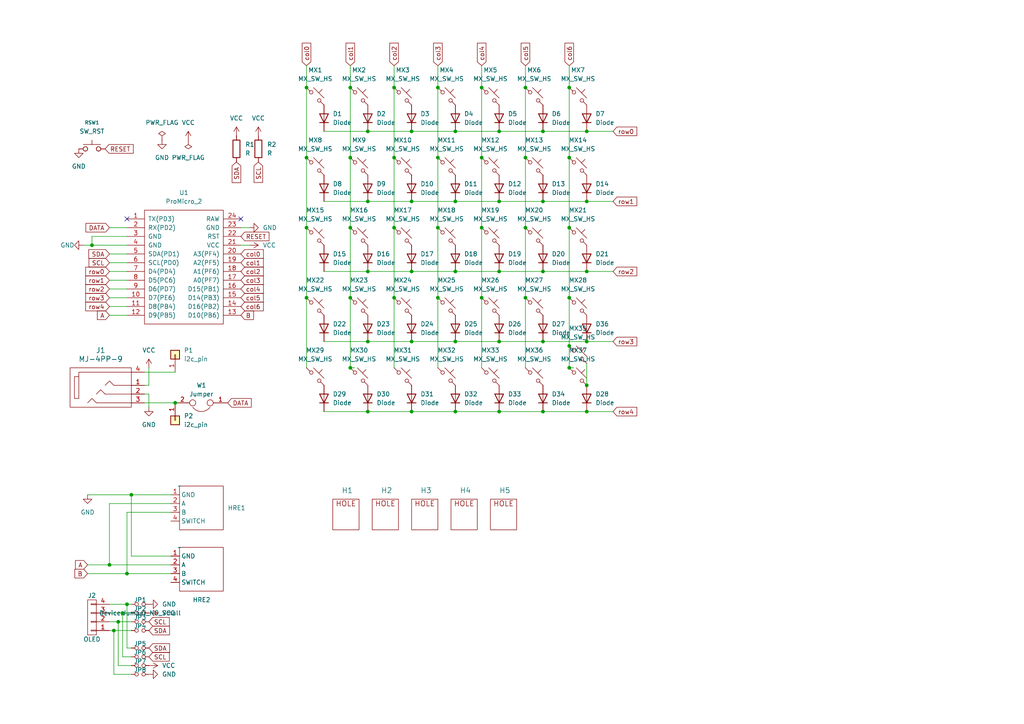
<source format=kicad_sch>
(kicad_sch (version 20230121) (generator eeschema)
  (paper "A4")
  (lib_symbols
    (symbol "Device:horizontalRollEncoder"
      (property "Reference" "HRE" (at 6.35 1.27 0))
      (symbol "horizontalRollEncoder_1_1"
        (pin input line (at -2.54 -2.54 0) (length 2.54) (name "GND") (number "1"))
        (pin input line (at -2.54 -5.08 0) (length 2.54) (name "A") (number "2"))
        (pin input line (at -2.54 -7.62 0) (length 2.54) (name "B") (number "3"))
        (pin input line (at -2.54 -10.16 0) (length 2.54) (name "SWITCH") (number "4"))
      )
    )
    (symbol "Diode:1N4148W" (pin_numbers hide) (pin_names hide)
      (property "Reference" "D" (at 0 2.54 0))
      (property "Value" "1N4148W" (at 0 -2.54 0))
      (symbol "1N4148W_1_1"
        (pin passive line (at -3.81 0 0) (length 2.54) (name "K") (number "1"))
        (pin passive line (at 3.81 0 180) (length 2.54) (name "A") (number "2"))
      )
    )
    (symbol "Lily58:Device{colon}Jumper" (pin_names (offset 0.762) hide)
      (property "Reference" "JP" (at 0 3.81 0))
      (property "Value" "Device:Jumper" (at 0 -2.032 0))
      (symbol "Device{colon}Jumper_0_1"
        (pin passive line (at -7.62 0 0) (length 4.191) (name "1") (number "1"))
        (pin passive line (at 7.62 0 180) (length 4.191) (name "2") (number "2"))
      )
    )
    (symbol "Lily58:Device{colon}Jumper_NO_Small" (pin_numbers hide) (pin_names (offset 0.762) hide)
      (property "Reference" "JP" (at 0 2.032 0))
      (property "Value" "Device:Jumper_NO_Small" (at 0.254 -1.524 0))
      (symbol "Device{colon}Jumper_NO_Small_0_1"
        (pin passive line (at -2.54 0 0) (length 1.016) (name "1") (number "1"))
        (pin passive line (at 2.54 0 180) (length 1.016) (name "2") (number "2"))
      )
    )
    (symbol "Lily58:Lily58-cache{colon}CONN_01X04" (pin_names (offset 1.016) hide)
      (property "Reference" "P" (at 0 6.35 0))
      (property "Value" "Lily58-cache:CONN_01X04" (at 2.54 0 90))
      (symbol "Lily58-cache{colon}CONN_01X04_1_1"
        (pin passive line (at -5.08 3.81 0) (length 3.81) (name "P1") (number "1"))
        (pin passive line (at -5.08 1.27 0) (length 3.81) (name "P2") (number "2"))
        (pin passive line (at -5.08 -1.27 0) (length 3.81) (name "P3") (number "3"))
        (pin passive line (at -5.08 -3.81 0) (length 3.81) (name "P4") (number "4"))
      )
    )
    (symbol "Lily58:Lily58-cache{colon}HOLE" (pin_names (offset 1.016))
      (property "Reference" "U" (at 0 0 0))
      (property "Value" "Lily58-cache:HOLE" (at 0 -5.08 0))
      (symbol "Lily58-cache{colon}HOLE_0_0"
        (text "HOLE" (at 0 3.81 0) (effects (font (size 1.524 1.524))))
      )
    )
    (symbol "Lily58:Lily58-cache{colon}MJ-4PP-9" (pin_names (offset 1.016))
      (property "Reference" "J" (at -8.89 -7.62 0))
      (property "Value" "Lily58-cache:MJ-4PP-9" (at -3.81 6.35 0))
      (symbol "Lily58-cache{colon}MJ-4PP-9_1_1"
        (pin passive line (at 11.43 0 180) (length 3.81) (name "~") (number "1"))
        (pin passive line (at 11.43 -2.54 180) (length 3.81) (name "~") (number "2"))
        (pin passive line (at 11.43 -5.08 180) (length 3.81) (name "~") (number "3"))
        (pin passive line (at 11.43 3.81 180) (length 3.81) (name "~") (number "4"))
      )
    )
    (symbol "Lily58:Lily58-cache{colon}ProMicro_2" (pin_names (offset 1.016))
      (property "Reference" "U" (at 0 17.78 0))
      (property "Value" "Lily58-cache:ProMicro_2" (at 0 -17.78 0))
      (symbol "Lily58-cache{colon}ProMicro_2_1_1"
        (pin input line (at -16.51 13.97 0) (length 5.08) (name "TX(PD3)") (number "1"))
        (pin input line (at -16.51 -8.89 0) (length 5.08) (name "D7(PE6)") (number "10"))
        (pin input line (at -16.51 -11.43 0) (length 5.08) (name "D8(PB4)") (number "11"))
        (pin input line (at -16.51 -13.97 0) (length 5.08) (name "D9(PB5)") (number "12"))
        (pin input line (at 16.51 -13.97 180) (length 5.08) (name "D10(PB6)") (number "13"))
        (pin input line (at 16.51 -11.43 180) (length 5.08) (name "D16(PB2)") (number "14"))
        (pin input line (at 16.51 -8.89 180) (length 5.08) (name "D14(PB3)") (number "15"))
        (pin input line (at 16.51 -6.35 180) (length 5.08) (name "D15(PB1)") (number "16"))
        (pin input line (at 16.51 -3.81 180) (length 5.08) (name "A0(PF7)") (number "17"))
        (pin input line (at 16.51 -1.27 180) (length 5.08) (name "A1(PF6)") (number "18"))
        (pin input line (at 16.51 1.27 180) (length 5.08) (name "A2(PF5)") (number "19"))
        (pin input line (at -16.51 11.43 0) (length 5.08) (name "RX(PD2)") (number "2"))
        (pin input line (at 16.51 3.81 180) (length 5.08) (name "A3(PF4)") (number "20"))
        (pin input line (at 16.51 6.35 180) (length 5.08) (name "VCC") (number "21"))
        (pin input line (at 16.51 8.89 180) (length 5.08) (name "RST") (number "22"))
        (pin input line (at 16.51 11.43 180) (length 5.08) (name "GND") (number "23"))
        (pin input line (at 16.51 13.97 180) (length 5.08) (name "RAW") (number "24"))
        (pin input line (at -16.51 8.89 0) (length 5.08) (name "GND") (number "3"))
        (pin input line (at -16.51 6.35 0) (length 5.08) (name "GND") (number "4"))
        (pin input line (at -16.51 3.81 0) (length 5.08) (name "SDA(PD1)") (number "5"))
        (pin input line (at -16.51 1.27 0) (length 5.08) (name "SCL(PD0)") (number "6"))
        (pin input line (at -16.51 -1.27 0) (length 5.08) (name "D4(PD4)") (number "7"))
        (pin input line (at -16.51 -3.81 0) (length 5.08) (name "D5(PC6)") (number "8"))
        (pin input line (at -16.51 -6.35 0) (length 5.08) (name "D6(PD7)") (number "9"))
      )
    )
    (symbol "Lily58:Lily58-cache{colon}R" (pin_numbers hide) (pin_names (offset 0))
      (property "Reference" "R" (at 0 0 90))
      (property "Value" "Lily58-cache:R" (at -2.54 0 90))
      (symbol "Lily58-cache{colon}R_1_1"
        (pin passive line (at 0 3.81 270) (length 1.27) (name "~") (number "1"))
        (pin passive line (at 0 -3.81 90) (length 1.27) (name "~") (number "2"))
      )
    )
    (symbol "Lily58:Lily58-cache{colon}SW_RST" (pin_numbers hide) (pin_names (offset 1.016) hide)
      (property "Reference" "RSW" (at 2.54 2.54 0))
      (property "Value" "Lily58-cache:SW_RST" (at 0 -2.54 0))
      (symbol "Lily58-cache{colon}SW_RST_0_1"
        (pin passive inverted (at -3.81 0 0) (length 2.54) (name "1") (number "1"))
        (pin passive inverted (at 3.81 0 180) (length 2.54) (name "2") (number "2"))
      )
    )
    (symbol "Lily58:Lily58-cache{colon}i2c_pin" (pin_names (offset 1.016) hide)
      (property "Reference" "J" (at 0 2.54 0))
      (property "Value" "Lily58-cache:i2c_pin" (at 0 -2.54 0))
      (symbol "Lily58-cache{colon}i2c_pin_1_1"
        (pin passive line (at -5.08 0 0) (length 3.81) (name "Pin_1") (number "1"))
      )
    )
    (symbol "PCM_marbastlib-mx:MX_SW_HS" (pin_numbers hide) (pin_names (offset 1.016) hide)
      (property "Reference" "MX" (at 3.048 1.016 0))
      (property "Value" "MX_SW_HS" (at 0 -3.81 0))
      (symbol "MX_SW_HS_0_1"
        (pin passive line (at -2.54 2.54 0) (length 0) (name "1") (number "1"))
        (pin passive line (at 2.54 -2.54 180) (length 0) (name "2") (number "2"))
      )
    )
    (symbol "power:GND" (power) (pin_names (offset 0))
      (property "Value" "GND" (at 0 -3.81 0))
      (symbol "GND_1_1"
        (pin power_in line (at 0 0 270) (length 0) hide (name "GND") (number "1"))
      )
    )
    (symbol "power:PWR_FLAG" (power) (pin_numbers hide) (pin_names (offset 0) hide)
      (property "Value" "PWR_FLAG" (at 0 3.81 0))
      (symbol "PWR_FLAG_0_0"
        (pin power_out line (at 0 0 90) (length 0) (name "pwr") (number "1"))
      )
    )
    (symbol "power:VCC" (power) (pin_names (offset 0))
      (property "Value" "VCC" (at 0 3.81 0))
      (symbol "VCC_1_1"
        (pin power_in line (at 0 0 90) (length 0) hide (name "VCC") (number "1"))
      )
    )
  )
  (junction (at 88.9 66.04))
  (junction (at 139.7 45.72))
  (junction (at 35.56 177.8))
  (junction (at 106.68 58.42))
  (junction (at 152.4 66.04))
  (junction (at 36.83 175.26))
  (junction (at 165.1 66.04))
  (junction (at 132.08 119.38))
  (junction (at 144.78 38.1))
  (junction (at 152.4 45.72))
  (junction (at 127 86.36))
  (junction (at 170.18 119.38))
  (junction (at 119.38 38.1))
  (junction (at 106.68 99.06))
  (junction (at 170.18 38.1))
  (junction (at 119.38 119.38))
  (junction (at 114.3 66.04))
  (junction (at 88.9 86.36))
  (junction (at 114.3 25.4))
  (junction (at 127 45.72))
  (junction (at 38.1 143.51))
  (junction (at 165.1 106.68))
  (junction (at 127 25.4))
  (junction (at 119.38 78.74))
  (junction (at 88.9 25.4))
  (junction (at 170.18 99.06))
  (junction (at 152.4 86.36))
  (junction (at 157.48 58.42))
  (junction (at 170.18 78.74))
  (junction (at 139.7 25.4))
  (junction (at 36.83 166.37))
  (junction (at 132.08 99.06))
  (junction (at 33.02 182.88))
  (junction (at 31.75 163.83))
  (junction (at 88.9 45.72))
  (junction (at 157.48 78.74))
  (junction (at 132.08 78.74))
  (junction (at 144.78 119.38))
  (junction (at 144.78 99.06))
  (junction (at 119.38 58.42))
  (junction (at 106.68 119.38))
  (junction (at 165.1 45.72))
  (junction (at 132.08 38.1))
  (junction (at 144.78 78.74))
  (junction (at 114.3 45.72))
  (junction (at 165.1 86.36))
  (junction (at 114.3 86.36))
  (junction (at 157.48 38.1))
  (junction (at 165.1 25.4))
  (junction (at 106.68 78.74))
  (junction (at 101.6 86.36))
  (junction (at 127 66.04))
  (junction (at 144.78 58.42))
  (junction (at 26.67 71.12))
  (junction (at 101.6 106.68))
  (junction (at 139.7 66.04))
  (junction (at 106.68 38.1))
  (junction (at 101.6 66.04))
  (junction (at 165.1 100.33))
  (junction (at 152.4 25.4))
  (junction (at 170.18 58.42))
  (junction (at 50.8 116.84))
  (junction (at 170.18 111.76))
  (junction (at 101.6 45.72))
  (junction (at 157.48 119.38))
  (junction (at 34.29 180.34))
  (junction (at 132.08 58.42))
  (junction (at 139.7 86.36))
  (junction (at 157.48 99.06))
  (junction (at 119.38 99.06))
  (junction (at 101.6 25.4))
  (no_connect (at 36.83 63.5))
  (no_connect (at 69.85 63.5))
  (wire (pts (xy 36.83 73.66) (xy 31.75 73.66)))
  (wire (pts (xy 165.1 19.05) (xy 165.1 25.4)))
  (wire (pts (xy 127 19.05) (xy 127 25.4)))
  (wire (pts (xy 88.9 19.05) (xy 88.9 25.4)))
  (wire (pts (xy 152.4 25.4) (xy 152.4 45.72)))
  (wire (pts (xy 106.68 99.06) (xy 119.38 99.06)))
  (wire (pts (xy 25.4 166.37) (xy 36.83 166.37)))
  (wire (pts (xy 35.56 190.5) (xy 38.1 190.5)))
  (wire (pts (xy 33.02 195.58) (xy 38.1 195.58)))
  (wire (pts (xy 36.83 187.96) (xy 38.1 187.96)))
  (wire (pts (xy 170.18 99.06) (xy 177.8 99.06)))
  (wire (pts (xy 157.48 99.06) (xy 170.18 99.06)))
  (wire (pts (xy 165.1 25.4) (xy 165.1 45.72)))
  (wire (pts (xy 25.4 143.51) (xy 38.1 143.51)))
  (wire (pts (xy 36.83 86.36) (xy 31.75 86.36)))
  (wire (pts (xy 36.83 78.74) (xy 31.75 78.74)))
  (wire (pts (xy 157.48 58.42) (xy 170.18 58.42)))
  (wire (pts (xy 43.18 111.76) (xy 41.91 111.76)))
  (wire (pts (xy 88.9 66.04) (xy 88.9 86.36)))
  (wire (pts (xy 101.6 25.4) (xy 101.6 45.72)))
  (wire (pts (xy 114.3 86.36) (xy 114.3 106.68)))
  (wire (pts (xy 152.4 19.05) (xy 152.4 25.4)))
  (wire (pts (xy 177.8 58.42) (xy 170.18 58.42)))
  (wire (pts (xy 132.08 38.1) (xy 144.78 38.1)))
  (wire (pts (xy 132.08 99.06) (xy 144.78 99.06)))
  (wire (pts (xy 144.78 38.1) (xy 157.48 38.1)))
  (wire (pts (xy 88.9 45.72) (xy 88.9 66.04)))
  (wire (pts (xy 132.08 78.74) (xy 144.78 78.74)))
  (wire (pts (xy 93.98 58.42) (xy 106.68 58.42)))
  (wire (pts (xy 157.48 78.74) (xy 170.18 78.74)))
  (wire (pts (xy 101.6 66.04) (xy 101.6 86.36)))
  (wire (pts (xy 101.6 86.36) (xy 101.6 106.68)))
  (wire (pts (xy 139.7 19.05) (xy 139.7 25.4)))
  (wire (pts (xy 43.18 118.11) (xy 43.18 114.3)))
  (wire (pts (xy 139.7 86.36) (xy 139.7 106.68)))
  (wire (pts (xy 165.1 100.33) (xy 165.1 106.68)))
  (wire (pts (xy 31.75 163.83) (xy 49.53 163.83)))
  (wire (pts (xy 24.13 71.12) (xy 26.67 71.12)))
  (wire (pts (xy 157.48 38.1) (xy 170.18 38.1)))
  (wire (pts (xy 34.29 193.04) (xy 38.1 193.04)))
  (wire (pts (xy 38.1 143.51) (xy 49.53 143.51)))
  (wire (pts (xy 132.08 58.42) (xy 144.78 58.42)))
  (wire (pts (xy 144.78 99.06) (xy 157.48 99.06)))
  (wire (pts (xy 93.98 119.38) (xy 106.68 119.38)))
  (wire (pts (xy 177.8 78.74) (xy 170.18 78.74)))
  (wire (pts (xy 93.98 99.06) (xy 106.68 99.06)))
  (wire (pts (xy 119.38 99.06) (xy 132.08 99.06)))
  (wire (pts (xy 25.4 163.83) (xy 31.75 163.83)))
  (wire (pts (xy 41.91 116.84) (xy 50.8 116.84)))
  (wire (pts (xy 144.78 58.42) (xy 157.48 58.42)))
  (wire (pts (xy 101.6 19.05) (xy 101.6 25.4)))
  (wire (pts (xy 127 66.04) (xy 127 86.36)))
  (wire (pts (xy 31.75 182.88) (xy 33.02 182.88)))
  (wire (pts (xy 35.56 177.8) (xy 35.56 190.5)))
  (wire (pts (xy 26.67 68.58) (xy 26.67 71.12)))
  (wire (pts (xy 49.53 146.05) (xy 31.75 146.05)))
  (wire (pts (xy 132.08 119.38) (xy 144.78 119.38)))
  (wire (pts (xy 144.78 78.74) (xy 157.48 78.74)))
  (wire (pts (xy 119.38 58.42) (xy 132.08 58.42)))
  (wire (pts (xy 36.83 83.82) (xy 31.75 83.82)))
  (wire (pts (xy 152.4 86.36) (xy 152.4 106.68)))
  (wire (pts (xy 69.85 66.04) (xy 72.39 66.04)))
  (wire (pts (xy 34.29 180.34) (xy 38.1 180.34)))
  (wire (pts (xy 119.38 78.74) (xy 132.08 78.74)))
  (wire (pts (xy 93.98 78.74) (xy 106.68 78.74)))
  (wire (pts (xy 106.68 58.42) (xy 119.38 58.42)))
  (wire (pts (xy 106.68 78.74) (xy 119.38 78.74)))
  (wire (pts (xy 127 25.4) (xy 127 45.72)))
  (wire (pts (xy 119.38 38.1) (xy 132.08 38.1)))
  (wire (pts (xy 165.1 86.36) (xy 165.1 100.33)))
  (wire (pts (xy 36.83 81.28) (xy 31.75 81.28)))
  (wire (pts (xy 88.9 86.36) (xy 88.9 106.68)))
  (wire (pts (xy 165.1 45.72) (xy 165.1 66.04)))
  (wire (pts (xy 127 45.72) (xy 127 66.04)))
  (wire (pts (xy 114.3 66.04) (xy 114.3 86.36)))
  (wire (pts (xy 170.18 105.41) (xy 170.18 111.76)))
  (wire (pts (xy 49.53 161.29) (xy 38.1 161.29)))
  (wire (pts (xy 43.18 114.3) (xy 41.91 114.3)))
  (wire (pts (xy 36.83 175.26) (xy 38.1 175.26)))
  (wire (pts (xy 177.8 38.1) (xy 170.18 38.1)))
  (wire (pts (xy 26.67 71.12) (xy 36.83 71.12)))
  (wire (pts (xy 93.98 38.1) (xy 106.68 38.1)))
  (wire (pts (xy 127 86.36) (xy 127 106.68)))
  (wire (pts (xy 69.85 71.12) (xy 72.39 71.12)))
  (wire (pts (xy 101.6 45.72) (xy 101.6 66.04)))
  (wire (pts (xy 114.3 25.4) (xy 114.3 45.72)))
  (wire (pts (xy 139.7 66.04) (xy 139.7 86.36)))
  (wire (pts (xy 43.18 106.68) (xy 43.18 111.76)))
  (wire (pts (xy 31.75 180.34) (xy 34.29 180.34)))
  (wire (pts (xy 41.91 107.95) (xy 50.8 107.95)))
  (wire (pts (xy 36.83 66.04) (xy 31.75 66.04)))
  (wire (pts (xy 139.7 45.72) (xy 139.7 66.04)))
  (wire (pts (xy 36.83 166.37) (xy 49.53 166.37)))
  (wire (pts (xy 49.53 148.59) (xy 36.83 148.59)))
  (wire (pts (xy 31.75 175.26) (xy 36.83 175.26)))
  (wire (pts (xy 165.1 106.68) (xy 166.37 106.68)))
  (wire (pts (xy 114.3 19.05) (xy 114.3 25.4)))
  (wire (pts (xy 33.02 182.88) (xy 38.1 182.88)))
  (wire (pts (xy 38.1 161.29) (xy 38.1 143.51)))
  (wire (pts (xy 35.56 177.8) (xy 38.1 177.8)))
  (wire (pts (xy 157.48 119.38) (xy 170.18 119.38)))
  (wire (pts (xy 106.68 119.38) (xy 119.38 119.38)))
  (wire (pts (xy 144.78 119.38) (xy 157.48 119.38)))
  (wire (pts (xy 106.68 38.1) (xy 119.38 38.1)))
  (wire (pts (xy 88.9 25.4) (xy 88.9 45.72)))
  (wire (pts (xy 36.83 88.9) (xy 31.75 88.9)))
  (wire (pts (xy 36.83 76.2) (xy 31.75 76.2)))
  (wire (pts (xy 31.75 177.8) (xy 35.56 177.8)))
  (wire (pts (xy 119.38 119.38) (xy 132.08 119.38)))
  (wire (pts (xy 177.8 119.38) (xy 170.18 119.38)))
  (wire (pts (xy 33.02 182.88) (xy 33.02 195.58)))
  (wire (pts (xy 36.83 91.44) (xy 31.75 91.44)))
  (wire (pts (xy 36.83 175.26) (xy 36.83 187.96)))
  (wire (pts (xy 31.75 146.05) (xy 31.75 163.83)))
  (wire (pts (xy 36.83 148.59) (xy 36.83 166.37)))
  (wire (pts (xy 139.7 25.4) (xy 139.7 45.72)))
  (wire (pts (xy 165.1 66.04) (xy 165.1 86.36)))
  (wire (pts (xy 101.6 106.68) (xy 102.87 106.68)))
  (wire (pts (xy 152.4 45.72) (xy 152.4 66.04)))
  (wire (pts (xy 36.83 68.58) (xy 26.67 68.58)))
  (wire (pts (xy 114.3 45.72) (xy 114.3 66.04)))
  (wire (pts (xy 152.4 66.04) (xy 152.4 86.36)))
  (wire (pts (xy 34.29 180.34) (xy 34.29 193.04)))
  (global_label "col6" (shape input) (at 69.85 88.9 0) (property "Intersheetrefs" "${INTERSHEET_REFS}" (effects hide)))
  (global_label "A" (shape input) (at 25.4 163.83 180) (property "Intersheetrefs" "${INTERSHEET_REFS}" (effects hide)))
  (global_label "col3" (shape input) (at 127 19.05 90) (property "Intersheetrefs" "${INTERSHEET_REFS}" (effects hide)))
  (global_label "SDA" (shape input) (at 31.75 73.66 180) (property "Intersheetrefs" "${INTERSHEET_REFS}" (effects hide)))
  (global_label "col1" (shape input) (at 101.6 19.05 90) (property "Intersheetrefs" "${INTERSHEET_REFS}" (effects hide)))
  (global_label "row1" (shape input) (at 177.8 58.42 0) (property "Intersheetrefs" "${INTERSHEET_REFS}" (effects hide)))
  (global_label "row3" (shape input) (at 177.8 99.06 0) (property "Intersheetrefs" "${INTERSHEET_REFS}" (effects hide)))
  (global_label "row2" (shape input) (at 31.75 83.82 180) (property "Intersheetrefs" "${INTERSHEET_REFS}" (effects hide)))
  (global_label "col0" (shape input) (at 69.85 73.66 0) (property "Intersheetrefs" "${INTERSHEET_REFS}" (effects hide)))
  (global_label "col3" (shape input) (at 69.85 81.28 0) (property "Intersheetrefs" "${INTERSHEET_REFS}" (effects hide)))
  (global_label "B" (shape input) (at 69.85 91.44 0) (property "Intersheetrefs" "${INTERSHEET_REFS}" (effects hide)))
  (global_label "SDA" (shape input) (at 43.18 182.88 0) (property "Intersheetrefs" "${INTERSHEET_REFS}" (effects hide)))
  (global_label "row0" (shape input) (at 177.8 38.1 0) (property "Intersheetrefs" "${INTERSHEET_REFS}" (effects hide)))
  (global_label "row0" (shape input) (at 31.75 78.74 180) (property "Intersheetrefs" "${INTERSHEET_REFS}" (effects hide)))
  (global_label "row2" (shape input) (at 177.8 78.74 0) (property "Intersheetrefs" "${INTERSHEET_REFS}" (effects hide)))
  (global_label "A" (shape input) (at 31.75 91.44 180) (property "Intersheetrefs" "${INTERSHEET_REFS}" (effects hide)))
  (global_label "SCL" (shape input) (at 74.93 46.99 270) (property "Intersheetrefs" "${INTERSHEET_REFS}" (effects hide)))
  (global_label "row1" (shape input) (at 31.75 81.28 180) (property "Intersheetrefs" "${INTERSHEET_REFS}" (effects hide)))
  (global_label "col6" (shape input) (at 165.1 19.05 90) (property "Intersheetrefs" "${INTERSHEET_REFS}" (effects hide)))
  (global_label "row4" (shape input) (at 31.75 88.9 180) (property "Intersheetrefs" "${INTERSHEET_REFS}" (effects hide)))
  (global_label "col1" (shape input) (at 69.85 76.2 0) (property "Intersheetrefs" "${INTERSHEET_REFS}" (effects hide)))
  (global_label "row3" (shape input) (at 31.75 86.36 180) (property "Intersheetrefs" "${INTERSHEET_REFS}" (effects hide)))
  (global_label "col5" (shape input) (at 152.4 19.05 90) (property "Intersheetrefs" "${INTERSHEET_REFS}" (effects hide)))
  (global_label "col2" (shape input) (at 114.3 19.05 90) (property "Intersheetrefs" "${INTERSHEET_REFS}" (effects hide)))
  (global_label "B" (shape input) (at 25.4 166.37 180) (property "Intersheetrefs" "${INTERSHEET_REFS}" (effects hide)))
  (global_label "DATA" (shape input) (at 31.75 66.04 180) (property "Intersheetrefs" "${INTERSHEET_REFS}" (effects hide)))
  (global_label "SCL" (shape input) (at 43.18 190.5 0) (property "Intersheetrefs" "${INTERSHEET_REFS}" (effects hide)))
  (global_label "RESET" (shape input) (at 30.48 43.18 0) (property "Intersheetrefs" "${INTERSHEET_REFS}" (effects hide)))
  (global_label "SDA" (shape input) (at 43.18 187.96 0) (property "Intersheetrefs" "${INTERSHEET_REFS}" (effects hide)))
  (global_label "SCL" (shape input) (at 43.18 180.34 0) (property "Intersheetrefs" "${INTERSHEET_REFS}" (effects hide)))
  (global_label "col2" (shape input) (at 69.85 78.74 0) (property "Intersheetrefs" "${INTERSHEET_REFS}" (effects hide)))
  (global_label "col4" (shape input) (at 139.7 19.05 90) (property "Intersheetrefs" "${INTERSHEET_REFS}" (effects hide)))
  (global_label "DATA" (shape input) (at 66.04 116.84 0) (property "Intersheetrefs" "${INTERSHEET_REFS}" (effects hide)))
  (global_label "row4" (shape input) (at 177.8 119.38 0) (property "Intersheetrefs" "${INTERSHEET_REFS}" (effects hide)))
  (global_label "col5" (shape input) (at 69.85 86.36 0) (property "Intersheetrefs" "${INTERSHEET_REFS}" (effects hide)))
  (global_label "col4" (shape input) (at 69.85 83.82 0) (property "Intersheetrefs" "${INTERSHEET_REFS}" (effects hide)))
  (global_label "SCL" (shape input) (at 31.75 76.2 180) (property "Intersheetrefs" "${INTERSHEET_REFS}" (effects hide)))
  (global_label "SDA" (shape input) (at 68.58 46.99 270) (property "Intersheetrefs" "${INTERSHEET_REFS}" (effects hide)))
  (global_label "RESET" (shape input) (at 69.85 68.58 0) (property "Intersheetrefs" "${INTERSHEET_REFS}" (effects hide)))
  (global_label "col0" (shape input) (at 88.9 19.05 90) (property "Intersheetrefs" "${INTERSHEET_REFS}" (effects hide)))
  (symbol (lib_id "power:VCC") (at 72.39 71.12 270) (unit 1)
    (property "Reference" "#PWR018" (effects hide))
    (property "Value" "VCC" (at 76.2 71.12 90) (effects (justify left)))
  )
  (symbol (lib_id "power:VCC") (at 68.58 39.37 0) (unit 1)
    (property "Reference" "#PWR04" (effects hide))
    (property "Value" "VCC" (at 68.58 34.29 0))
  )
  (symbol (lib_id "Lily58:Lily58-cache{colon}HOLE") (at 146.05 149.86 0) (unit 1)
    (property "Reference" "H5" (at 144.78 142.24 0) (effects (font (size 1.524 1.524)) (justify left)))
    (property "Value" "HOLE" (effects hide))
    (property "Footprint" "HOLE_M2_TH" (effects hide))
  )
  (symbol (lib_id "Diode:1N4148W") (at 106.68 115.57 90) (unit 1)
    (property "Reference" "D30" (at 109.22 114.3 90) (effects (justify right)))
    (property "Value" "Diode" (at 109.22 116.84 90) (effects (justify right)))
    (property "Footprint" "Lily58-footprint:Diode_TH_SOD123" (effects hide))
    (property "Datasheet" "https://www.vishay.com/docs/85748/1n4148w.pdf" (effects hide))
    (property "Sim.Device" "D" (effects hide))
    (property "Sim.Pins" "1=K 2=A" (effects hide))
  )
  (symbol (lib_id "Lily58:Device{colon}Jumper_NO_Small") (at 40.64 190.5 0) (unit 1)
    (property "Reference" "JP6" (at 40.64 189.23 0))
    (property "Value" "Device:Jumper_NO_Small" (effects hide))
    (property "Footprint" "Lily58-footprint:Jumper" (effects hide))
  )
  (symbol (lib_id "Diode:1N4148W") (at 157.48 115.57 90) (unit 1)
    (property "Reference" "D34" (at 160.02 114.3 90) (effects (justify right)))
    (property "Value" "Diode" (at 160.02 116.84 90) (effects (justify right)))
    (property "Footprint" "Lily58-footprint:Diode_TH_SOD123" (effects hide))
    (property "Datasheet" "https://www.vishay.com/docs/85748/1n4148w.pdf" (effects hide))
    (property "Sim.Device" "D" (effects hide))
    (property "Sim.Pins" "1=K 2=A" (effects hide))
  )
  (symbol (lib_id "PCM_marbastlib-mx:MX_SW_HS") (at 142.24 88.9 0) (unit 1)
    (property "Reference" "MX26" (at 142.24 81.28 0))
    (property "Value" "MX_SW_HS" (at 142.24 83.82 0))
    (property "Footprint" "Lily58-footprint:MX_Socket_18mm" (effects hide))
  )
  (symbol (lib_id "power:GND") (at 22.86 43.18 0) (unit 1)
    (property "Reference" "#PWR01" (effects hide))
    (property "Value" "GND" (at 22.86 48.26 0))
  )
  (symbol (lib_id "Diode:1N4148W") (at 170.18 34.29 90) (unit 1)
    (property "Reference" "D7" (at 172.72 33.02 90) (effects (justify right)))
    (property "Value" "Diode" (at 172.72 35.56 90) (effects (justify right)))
    (property "Footprint" "Lily58-footprint:Diode_TH_SOD123" (effects hide))
    (property "Datasheet" "https://www.vishay.com/docs/85748/1n4148w.pdf" (effects hide))
    (property "Sim.Device" "D" (effects hide))
    (property "Sim.Pins" "1=K 2=A" (effects hide))
  )
  (symbol (lib_id "Diode:1N4148W") (at 170.18 95.25 90) (unit 1)
    (property "Reference" "D36" (at 172.72 93.98 90) (effects (justify right)))
    (property "Value" "Diode" (at 172.72 96.52 90) (effects (justify right)))
    (property "Footprint" "Lily58-footprint:Diode_TH_SOD123" (effects hide))
    (property "Datasheet" "https://www.vishay.com/docs/85748/1n4148w.pdf" (effects hide))
    (property "Sim.Device" "D" (effects hide))
    (property "Sim.Pins" "1=K 2=A" (effects hide))
  )
  (symbol (lib_id "power:GND") (at 25.4 143.51 0) (unit 1)
    (property "Reference" "#PWR08" (effects hide))
    (property "Value" "GND" (at 25.4 148.59 0))
  )
  (symbol (lib_id "Diode:1N4148W") (at 93.98 74.93 90) (unit 1)
    (property "Reference" "D15" (at 96.52 73.66 90) (effects (justify right)))
    (property "Value" "Diode" (at 96.52 76.2 90) (effects (justify right)))
    (property "Footprint" "Lily58-footprint:Diode_TH_SOD123" (effects hide))
    (property "Datasheet" "https://www.vishay.com/docs/85748/1n4148w.pdf" (effects hide))
    (property "Sim.Device" "D" (effects hide))
    (property "Sim.Pins" "1=K 2=A" (effects hide))
  )
  (symbol (lib_id "power:GND") (at 43.18 195.58 90) (unit 1)
    (property "Reference" "#PWR013" (effects hide))
    (property "Value" "GND" (at 46.99 195.58 90) (effects (justify right)))
  )
  (symbol (lib_id "power:GND") (at 24.13 71.12 270) (unit 1)
    (property "Reference" "#PWR016" (effects hide))
    (property "Value" "GND" (at 21.59 71.12 90) (effects (justify right)))
  )
  (symbol (lib_id "PCM_marbastlib-mx:MX_SW_HS") (at 129.54 88.9 0) (unit 1)
    (property "Reference" "MX25" (at 129.54 81.28 0))
    (property "Value" "MX_SW_HS" (at 129.54 83.82 0))
    (property "Footprint" "Lily58-footprint:MX_Socket_18mm" (effects hide))
  )
  (symbol (lib_id "PCM_marbastlib-mx:MX_SW_HS") (at 142.24 27.94 0) (unit 1)
    (property "Reference" "MX5" (at 142.24 20.32 0))
    (property "Value" "MX_SW_HS" (at 142.24 22.86 0))
    (property "Footprint" "Lily58-footprint:MX_Socket_18mm" (effects hide))
  )
  (symbol (lib_id "PCM_marbastlib-mx:MX_SW_HS") (at 167.64 102.87 0) (unit 1)
    (property "Reference" "MX35" (at 167.64 95.25 0))
    (property "Value" "MX_SW_HS" (at 167.64 97.79 0))
    (property "Footprint" "Lily58-footprint:MX_Socket_18mm" (effects hide))
  )
  (symbol (lib_id "Lily58:Lily58-cache{colon}HOLE") (at 123.19 149.86 0) (unit 1)
    (property "Reference" "H3" (at 121.92 142.24 0) (effects (font (size 1.524 1.524)) (justify left)))
    (property "Value" "HOLE" (effects hide))
    (property "Footprint" "HOLE_M2_TH" (effects hide))
  )
  (symbol (lib_id "PCM_marbastlib-mx:MX_SW_HS") (at 91.44 88.9 0) (unit 1)
    (property "Reference" "MX22" (at 91.44 81.28 0))
    (property "Value" "MX_SW_HS" (at 91.44 83.82 0))
    (property "Footprint" "Lily58-footprint:MX_Socket_18mm" (effects hide))
  )
  (symbol (lib_id "PCM_marbastlib-mx:MX_SW_HS") (at 129.54 68.58 0) (unit 1)
    (property "Reference" "MX18" (at 129.54 60.96 0))
    (property "Value" "MX_SW_HS" (at 129.54 63.5 0))
    (property "Footprint" "Lily58-footprint:MX_Socket_18mm" (effects hide))
  )
  (symbol (lib_id "Lily58:Lily58-cache{colon}R") (at 74.93 43.18 0) (unit 1)
    (property "Reference" "R2" (at 77.47 41.91 0) (effects (justify left)))
    (property "Value" "R" (at 77.47 44.45 0) (effects (justify left)))
    (property "Footprint" "Lily58-footprint:RESISTOR_mini" (effects hide))
  )
  (symbol (lib_id "power:VCC") (at 43.18 106.68 0) (unit 1)
    (property "Reference" "#PWR03" (effects hide))
    (property "Value" "VCC" (at 43.18 101.6 0))
  )
  (symbol (lib_id "Diode:1N4148W") (at 170.18 115.57 90) (unit 1)
    (property "Reference" "D28" (at 172.72 114.3 90) (effects (justify right)))
    (property "Value" "Diode" (at 172.72 116.84 90) (effects (justify right)))
    (property "Footprint" "Lily58-footprint:Diode_TH_SOD123" (effects hide))
    (property "Datasheet" "https://www.vishay.com/docs/85748/1n4148w.pdf" (effects hide))
    (property "Sim.Device" "D" (effects hide))
    (property "Sim.Pins" "1=K 2=A" (effects hide))
  )
  (symbol (lib_id "Lily58:Lily58-cache{colon}MJ-4PP-9") (at 30.48 111.76 0) (unit 1)
    (property "Reference" "J1" (at 29.21 101.6 0) (effects (font (size 1.524 1.524))))
    (property "Value" "MJ-4PP-9" (at 29.21 104.14 0) (effects (font (size 1.524 1.524))))
    (property "Footprint" "Lily58-footprint:MJ-4PP-9" (effects hide))
  )
  (symbol (lib_id "power:VCC") (at 43.18 193.04 270) (unit 1)
    (property "Reference" "#PWR015" (effects hide))
    (property "Value" "VCC" (at 46.99 193.04 90) (effects (justify left)))
  )
  (symbol (lib_id "PCM_marbastlib-mx:MX_SW_HS") (at 91.44 68.58 0) (unit 1)
    (property "Reference" "MX15" (at 91.44 60.96 0))
    (property "Value" "MX_SW_HS" (at 91.44 63.5 0))
    (property "Footprint" "Lily58-footprint:MX_Socket_18mm" (effects hide))
  )
  (symbol (lib_id "power:GND") (at 46.99 40.64 0) (unit 1)
    (property "Reference" "#PWR06" (effects hide))
    (property "Value" "GND" (at 46.99 45.72 0))
  )
  (symbol (lib_id "Diode:1N4148W") (at 132.08 115.57 90) (unit 1)
    (property "Reference" "D32" (at 134.62 114.3 90) (effects (justify right)))
    (property "Value" "Diode" (at 134.62 116.84 90) (effects (justify right)))
    (property "Footprint" "Lily58-footprint:Diode_TH_SOD123" (effects hide))
    (property "Datasheet" "https://www.vishay.com/docs/85748/1n4148w.pdf" (effects hide))
    (property "Sim.Device" "D" (effects hide))
    (property "Sim.Pins" "1=K 2=A" (effects hide))
  )
  (symbol (lib_id "PCM_marbastlib-mx:MX_SW_HS") (at 154.94 88.9 0) (unit 1)
    (property "Reference" "MX27" (at 154.94 81.28 0))
    (property "Value" "MX_SW_HS" (at 154.94 83.82 0))
    (property "Footprint" "Lily58-footprint:MX_Socket_18mm" (effects hide))
  )
  (symbol (lib_id "Lily58:Lily58-cache{colon}ProMicro_2") (at 53.34 77.47 0) (unit 1)
    (property "Reference" "U1" (at 53.34 55.88 0))
    (property "Value" "ProMicro_2" (at 53.34 58.42 0))
    (property "Footprint" "Lily58-footprint:ProMicro_rev2" (effects hide))
  )
  (symbol (lib_id "Lily58:Device{colon}Jumper_NO_Small") (at 40.64 193.04 0) (unit 1)
    (property "Reference" "JP7" (at 40.64 191.77 0))
    (property "Value" "Device:Jumper_NO_Small" (effects hide))
    (property "Footprint" "Lily58-footprint:Jumper" (effects hide))
  )
  (symbol (lib_id "Lily58:Lily58-cache{colon}SW_RST") (at 26.67 43.18 0) (unit 1)
    (property "Reference" "RSW1" (at 26.67 35.56 0) (effects (font (size 1.016 1.016))))
    (property "Value" "SW_RST" (at 26.67 38.1 0))
    (property "Footprint" "Lily58-footprint:TACT_SWITCH_TVBP06" (effects hide))
  )
  (symbol (lib_id "PCM_marbastlib-mx:MX_SW_HS") (at 129.54 48.26 0) (unit 1)
    (property "Reference" "MX11" (at 129.54 40.64 0))
    (property "Value" "MX_SW_HS" (at 129.54 43.18 0))
    (property "Footprint" "Lily58-footprint:MX_Socket_18mm" (effects hide))
  )
  (symbol (lib_id "PCM_marbastlib-mx:MX_SW_HS") (at 142.24 109.22 0) (unit 1)
    (property "Reference" "MX33" (at 142.24 101.6 0))
    (property "Value" "MX_SW_HS" (at 142.24 104.14 0))
    (property "Footprint" "Lily58-footprint:MX_Socket_18mm" (effects hide))
  )
  (symbol (lib_id "Diode:1N4148W") (at 170.18 54.61 90) (unit 1)
    (property "Reference" "D14" (at 172.72 53.34 90) (effects (justify right)))
    (property "Value" "Diode" (at 172.72 55.88 90) (effects (justify right)))
    (property "Footprint" "Lily58-footprint:Diode_TH_SOD123" (effects hide))
    (property "Datasheet" "https://www.vishay.com/docs/85748/1n4148w.pdf" (effects hide))
    (property "Sim.Device" "D" (effects hide))
    (property "Sim.Pins" "1=K 2=A" (effects hide))
  )
  (symbol (lib_id "Diode:1N4148W") (at 132.08 74.93 90) (unit 1)
    (property "Reference" "D18" (at 134.62 73.66 90) (effects (justify right)))
    (property "Value" "Diode" (at 134.62 76.2 90) (effects (justify right)))
    (property "Footprint" "Lily58-footprint:Diode_TH_SOD123" (effects hide))
    (property "Datasheet" "https://www.vishay.com/docs/85748/1n4148w.pdf" (effects hide))
    (property "Sim.Device" "D" (effects hide))
    (property "Sim.Pins" "1=K 2=A" (effects hide))
  )
  (symbol (lib_id "PCM_marbastlib-mx:MX_SW_HS") (at 154.94 27.94 0) (unit 1)
    (property "Reference" "MX6" (at 154.94 20.32 0))
    (property "Value" "MX_SW_HS" (at 154.94 22.86 0))
    (property "Footprint" "Lily58-footprint:MX_Socket_18mm" (effects hide))
  )
  (symbol (lib_id "Diode:1N4148W") (at 157.48 95.25 90) (unit 1)
    (property "Reference" "D27" (at 160.02 93.98 90) (effects (justify right)))
    (property "Value" "Diode" (at 160.02 96.52 90) (effects (justify right)))
    (property "Footprint" "Lily58-footprint:Diode_TH_SOD123" (effects hide))
    (property "Datasheet" "https://www.vishay.com/docs/85748/1n4148w.pdf" (effects hide))
    (property "Sim.Device" "D" (effects hide))
    (property "Sim.Pins" "1=K 2=A" (effects hide))
  )
  (symbol (lib_id "PCM_marbastlib-mx:MX_SW_HS") (at 116.84 27.94 0) (unit 1)
    (property "Reference" "MX3" (at 116.84 20.32 0))
    (property "Value" "MX_SW_HS" (at 116.84 22.86 0))
    (property "Footprint" "Lily58-footprint:MX_Socket_18mm" (effects hide))
  )
  (symbol (lib_id "Diode:1N4148W") (at 119.38 34.29 90) (unit 1)
    (property "Reference" "D3" (at 121.92 33.02 90) (effects (justify right)))
    (property "Value" "Diode" (at 121.92 35.56 90) (effects (justify right)))
    (property "Footprint" "Lily58-footprint:Diode_TH_SOD123" (effects hide))
    (property "Datasheet" "https://www.vishay.com/docs/85748/1n4148w.pdf" (effects hide))
    (property "Sim.Device" "D" (effects hide))
    (property "Sim.Pins" "1=K 2=A" (effects hide))
  )
  (symbol (lib_id "PCM_marbastlib-mx:MX_SW_HS") (at 104.14 27.94 0) (unit 1)
    (property "Reference" "MX2" (at 104.14 20.32 0))
    (property "Value" "MX_SW_HS" (at 104.14 22.86 0))
    (property "Footprint" "Lily58-footprint:MX_Socket_18mm" (effects hide))
  )
  (symbol (lib_id "PCM_marbastlib-mx:MX_SW_HS") (at 116.84 68.58 0) (unit 1)
    (property "Reference" "MX17" (at 116.84 60.96 0))
    (property "Value" "MX_SW_HS" (at 116.84 63.5 0))
    (property "Footprint" "Lily58-footprint:MX_Socket_18mm" (effects hide))
  )
  (symbol (lib_id "Diode:1N4148W") (at 93.98 115.57 90) (unit 1)
    (property "Reference" "D29" (at 96.52 114.3 90) (effects (justify right)))
    (property "Value" "Diode" (at 96.52 116.84 90) (effects (justify right)))
    (property "Footprint" "Lily58-footprint:Diode_TH_SOD123" (effects hide))
    (property "Datasheet" "https://www.vishay.com/docs/85748/1n4148w.pdf" (effects hide))
    (property "Sim.Device" "D" (effects hide))
    (property "Sim.Pins" "1=K 2=A" (effects hide))
  )
  (symbol (lib_id "PCM_marbastlib-mx:MX_SW_HS") (at 167.64 48.26 0) (unit 1)
    (property "Reference" "MX14" (at 167.64 40.64 0))
    (property "Value" "MX_SW_HS" (at 167.64 43.18 0))
    (property "Footprint" "Lily58-footprint:MX_Socket_18mm" (effects hide))
  )
  (symbol (lib_id "Diode:1N4148W") (at 157.48 74.93 90) (unit 1)
    (property "Reference" "D20" (at 160.02 73.66 90) (effects (justify right)))
    (property "Value" "Diode" (at 160.02 76.2 90) (effects (justify right)))
    (property "Footprint" "Lily58-footprint:Diode_TH_SOD123" (effects hide))
    (property "Datasheet" "https://www.vishay.com/docs/85748/1n4148w.pdf" (effects hide))
    (property "Sim.Device" "D" (effects hide))
    (property "Sim.Pins" "1=K 2=A" (effects hide))
  )
  (symbol (lib_id "PCM_marbastlib-mx:MX_SW_HS") (at 104.14 48.26 0) (unit 1)
    (property "Reference" "MX9" (at 104.14 40.64 0))
    (property "Value" "MX_SW_HS" (at 104.14 43.18 0))
    (property "Footprint" "Lily58-footprint:MX_Socket_18mm" (effects hide))
  )
  (symbol (lib_id "Diode:1N4148W") (at 106.68 34.29 90) (unit 1)
    (property "Reference" "D2" (at 109.22 33.02 90) (effects (justify right)))
    (property "Value" "Diode" (at 109.22 35.56 90) (effects (justify right)))
    (property "Footprint" "Lily58-footprint:Diode_TH_SOD123" (effects hide))
    (property "Datasheet" "https://www.vishay.com/docs/85748/1n4148w.pdf" (effects hide))
    (property "Sim.Device" "D" (effects hide))
    (property "Sim.Pins" "1=K 2=A" (effects hide))
  )
  (symbol (lib_id "Diode:1N4148W") (at 144.78 34.29 90) (unit 1)
    (property "Reference" "D5" (at 147.32 33.02 90) (effects (justify right)))
    (property "Value" "Diode" (at 147.32 35.56 90) (effects (justify right)))
    (property "Footprint" "Lily58-footprint:Diode_TH_SOD123" (effects hide))
    (property "Datasheet" "https://www.vishay.com/docs/85748/1n4148w.pdf" (effects hide))
    (property "Sim.Device" "D" (effects hide))
    (property "Sim.Pins" "1=K 2=A" (effects hide))
  )
  (symbol (lib_id "Diode:1N4148W") (at 170.18 74.93 90) (unit 1)
    (property "Reference" "D21" (at 172.72 73.66 90) (effects (justify right)))
    (property "Value" "Diode" (at 172.72 76.2 90) (effects (justify right)))
    (property "Footprint" "Lily58-footprint:Diode_TH_SOD123" (effects hide))
    (property "Datasheet" "https://www.vishay.com/docs/85748/1n4148w.pdf" (effects hide))
    (property "Sim.Device" "D" (effects hide))
    (property "Sim.Pins" "1=K 2=A" (effects hide))
  )
  (symbol (lib_id "Diode:1N4148W") (at 93.98 34.29 90) (unit 1)
    (property "Reference" "D1" (at 96.52 33.02 90) (effects (justify right)))
    (property "Value" "Diode" (at 96.52 35.56 90) (effects (justify right)))
    (property "Footprint" "Lily58-footprint:Diode_TH_SOD123" (effects hide))
    (property "Datasheet" "https://www.vishay.com/docs/85748/1n4148w.pdf" (effects hide))
    (property "Sim.Device" "D" (effects hide))
    (property "Sim.Pins" "1=K 2=A" (effects hide))
  )
  (symbol (lib_id "Diode:1N4148W") (at 119.38 54.61 90) (unit 1)
    (property "Reference" "D10" (at 121.92 53.34 90) (effects (justify right)))
    (property "Value" "Diode" (at 121.92 55.88 90) (effects (justify right)))
    (property "Footprint" "Lily58-footprint:Diode_TH_SOD123" (effects hide))
    (property "Datasheet" "https://www.vishay.com/docs/85748/1n4148w.pdf" (effects hide))
    (property "Sim.Device" "D" (effects hide))
    (property "Sim.Pins" "1=K 2=A" (effects hide))
  )
  (symbol (lib_id "Lily58:Device{colon}Jumper_NO_Small") (at 40.64 177.8 0) (unit 1)
    (property "Reference" "JP2" (at 40.64 176.53 0))
    (property "Value" "Device:Jumper_NO_Small" (effects hide))
    (property "Footprint" "Lily58-footprint:Jumper" (effects hide))
  )
  (symbol (lib_id "Device:horizontalRollEncoder") (at 52.07 140.97 0) (unit 1)
    (property "Reference" "HRE1" (at 66.04 147.32 0) (effects (justify left)))
    (property "Value" "~" (at 52.07 140.97 0))
    (property "Footprint" "ergo:RollerEncoder_Panasonic_EVQWGD001" (effects hide))
  )
  (symbol (lib_id "Lily58:Device{colon}Jumper") (at 58.42 116.84 180) (unit 1)
    (property "Reference" "W1" (at 58.42 111.76 0))
    (property "Value" "Jumper" (at 58.42 114.3 0))
    (property "Footprint" "Lily58-footprint:jumper_data" (effects hide))
  )
  (symbol (lib_id "PCM_marbastlib-mx:MX_SW_HS") (at 91.44 48.26 0) (unit 1)
    (property "Reference" "MX8" (at 91.44 40.64 0))
    (property "Value" "MX_SW_HS" (at 91.44 43.18 0))
    (property "Footprint" "Lily58-footprint:MX_Socket_18mm" (effects hide))
  )
  (symbol (lib_id "PCM_marbastlib-mx:MX_SW_HS") (at 104.14 88.9 0) (unit 1)
    (property "Reference" "MX23" (at 104.14 81.28 0))
    (property "Value" "MX_SW_HS" (at 104.14 83.82 0))
    (property "Footprint" "Lily58-footprint:MX_Socket_18mm" (effects hide))
  )
  (symbol (lib_id "PCM_marbastlib-mx:MX_SW_HS") (at 154.94 109.22 0) (unit 1)
    (property "Reference" "MX36" (at 154.94 101.6 0))
    (property "Value" "MX_SW_HS" (at 154.94 104.14 0))
    (property "Footprint" "Lily58-footprint:MX_Socket_18mm" (effects hide))
  )
  (symbol (lib_id "Diode:1N4148W") (at 144.78 74.93 90) (unit 1)
    (property "Reference" "D19" (at 147.32 73.66 90) (effects (justify right)))
    (property "Value" "Diode" (at 147.32 76.2 90) (effects (justify right)))
    (property "Footprint" "Lily58-footprint:Diode_TH_SOD123" (effects hide))
    (property "Datasheet" "https://www.vishay.com/docs/85748/1n4148w.pdf" (effects hide))
    (property "Sim.Device" "D" (effects hide))
    (property "Sim.Pins" "1=K 2=A" (effects hide))
  )
  (symbol (lib_id "PCM_marbastlib-mx:MX_SW_HS") (at 104.14 68.58 0) (unit 1)
    (property "Reference" "MX16" (at 104.14 60.96 0))
    (property "Value" "MX_SW_HS" (at 104.14 63.5 0))
    (property "Footprint" "Lily58-footprint:MX_Socket_18mm" (effects hide))
  )
  (symbol (lib_id "Lily58:Lily58-cache{colon}HOLE") (at 134.62 149.86 0) (unit 1)
    (property "Reference" "H4" (at 133.35 142.24 0) (effects (font (size 1.524 1.524)) (justify left)))
    (property "Value" "HOLE" (effects hide))
    (property "Footprint" "HOLE_M2_TH" (effects hide))
  )
  (symbol (lib_id "power:VCC") (at 54.61 40.64 0) (unit 1)
    (property "Reference" "#PWR07" (effects hide))
    (property "Value" "VCC" (at 54.61 35.56 0))
  )
  (symbol (lib_id "PCM_marbastlib-mx:MX_SW_HS") (at 154.94 68.58 0) (unit 1)
    (property "Reference" "MX20" (at 154.94 60.96 0))
    (property "Value" "MX_SW_HS" (at 154.94 63.5 0))
    (property "Footprint" "Lily58-footprint:MX_Socket_18mm" (effects hide))
  )
  (symbol (lib_id "PCM_marbastlib-mx:MX_SW_HS") (at 167.64 109.22 0) (unit 1)
    (property "Reference" "MX37" (at 167.64 101.6 0))
    (property "Value" "MX_SW_HS" (at 167.64 104.14 0))
    (property "Footprint" "Lily58-footprint:MX_Socket_18mm" (effects hide))
  )
  (symbol (lib_id "PCM_marbastlib-mx:MX_SW_HS") (at 167.64 27.94 0) (unit 1)
    (property "Reference" "MX7" (at 167.64 20.32 0))
    (property "Value" "MX_SW_HS" (at 167.64 22.86 0))
    (property "Footprint" "Lily58-footprint:MX_Socket_18mm" (effects hide))
  )
  (symbol (lib_id "PCM_marbastlib-mx:MX_SW_HS") (at 167.64 88.9 0) (unit 1)
    (property "Reference" "MX28" (at 167.64 81.28 0))
    (property "Value" "MX_SW_HS" (at 167.64 83.82 0))
    (property "Footprint" "Lily58-footprint:MX_Socket_18mm" (effects hide))
  )
  (symbol (lib_id "Diode:1N4148W") (at 119.38 74.93 90) (unit 1)
    (property "Reference" "D17" (at 121.92 73.66 90) (effects (justify right)))
    (property "Value" "Diode" (at 121.92 76.2 90) (effects (justify right)))
    (property "Footprint" "Lily58-footprint:Diode_TH_SOD123" (effects hide))
    (property "Datasheet" "https://www.vishay.com/docs/85748/1n4148w.pdf" (effects hide))
    (property "Sim.Device" "D" (effects hide))
    (property "Sim.Pins" "1=K 2=A" (effects hide))
  )
  (symbol (lib_id "Lily58:Device{colon}Jumper_NO_Small") (at 40.64 182.88 0) (unit 1)
    (property "Reference" "JP4" (at 40.64 181.61 0))
    (property "Value" "Device:Jumper_NO_Small" (effects hide))
    (property "Footprint" "Lily58-footprint:Jumper" (effects hide))
  )
  (symbol (lib_id "Lily58:Lily58-cache{colon}CONN_01X04") (at 26.67 179.07 180) (unit 1)
    (property "Reference" "J2" (at 26.67 172.72 0))
    (property "Value" "OLED" (at 26.67 185.42 0))
    (property "Footprint" "Lily58-footprint:OLED_4Pin" (effects hide))
  )
  (symbol (lib_id "PCM_marbastlib-mx:MX_SW_HS") (at 116.84 88.9 0) (unit 1)
    (property "Reference" "MX24" (at 116.84 81.28 0))
    (property "Value" "MX_SW_HS" (at 116.84 83.82 0))
    (property "Footprint" "Lily58-footprint:MX_Socket_18mm" (effects hide))
  )
  (symbol (lib_id "Lily58:Lily58-cache{colon}R") (at 68.58 43.18 0) (unit 1)
    (property "Reference" "R1" (at 71.12 41.91 0) (effects (justify left)))
    (property "Value" "R" (at 71.12 44.45 0) (effects (justify left)))
    (property "Footprint" "Lily58-footprint:RESISTOR_mini" (effects hide))
  )
  (symbol (lib_id "PCM_marbastlib-mx:MX_SW_HS") (at 104.14 109.22 0) (unit 1)
    (property "Reference" "MX30" (at 104.14 101.6 0))
    (property "Value" "MX_SW_HS" (at 104.14 104.14 0))
    (property "Footprint" "Lily58-footprint:MX_Socket_18mm" (effects hide))
  )
  (symbol (lib_id "PCM_marbastlib-mx:MX_SW_HS") (at 167.64 68.58 0) (unit 1)
    (property "Reference" "MX21" (at 167.64 60.96 0))
    (property "Value" "MX_SW_HS" (at 167.64 63.5 0))
    (property "Footprint" "Lily58-footprint:MX_Socket_18mm" (effects hide))
  )
  (symbol (lib_id "PCM_marbastlib-mx:MX_SW_HS") (at 116.84 48.26 0) (unit 1)
    (property "Reference" "MX10" (at 116.84 40.64 0))
    (property "Value" "MX_SW_HS" (at 116.84 43.18 0))
    (property "Footprint" "Lily58-footprint:MX_Socket_18mm" (effects hide))
  )
  (symbol (lib_id "Diode:1N4148W") (at 93.98 54.61 90) (unit 1)
    (property "Reference" "D8" (at 96.52 53.34 90) (effects (justify right)))
    (property "Value" "Diode" (at 96.52 55.88 90) (effects (justify right)))
    (property "Footprint" "Lily58-footprint:Diode_TH_SOD123" (effects hide))
    (property "Datasheet" "https://www.vishay.com/docs/85748/1n4148w.pdf" (effects hide))
    (property "Sim.Device" "D" (effects hide))
    (property "Sim.Pins" "1=K 2=A" (effects hide))
  )
  (symbol (lib_id "Diode:1N4148W") (at 157.48 34.29 90) (unit 1)
    (property "Reference" "D6" (at 160.02 33.02 90) (effects (justify right)))
    (property "Value" "Diode" (at 160.02 35.56 90) (effects (justify right)))
    (property "Footprint" "Lily58-footprint:Diode_TH_SOD123" (effects hide))
    (property "Datasheet" "https://www.vishay.com/docs/85748/1n4148w.pdf" (effects hide))
    (property "Sim.Device" "D" (effects hide))
    (property "Sim.Pins" "1=K 2=A" (effects hide))
  )
  (symbol (lib_id "PCM_marbastlib-mx:MX_SW_HS") (at 129.54 109.22 0) (unit 1)
    (property "Reference" "MX32" (at 129.54 101.6 0))
    (property "Value" "MX_SW_HS" (at 129.54 104.14 0))
    (property "Footprint" "Lily58-footprint:MX_Socket_18mm" (effects hide))
  )
  (symbol (lib_id "Diode:1N4148W") (at 93.98 95.25 90) (unit 1)
    (property "Reference" "D22" (at 96.52 93.98 90) (effects (justify right)))
    (property "Value" "Diode" (at 96.52 96.52 90) (effects (justify right)))
    (property "Footprint" "Lily58-footprint:Diode_TH_SOD123" (effects hide))
    (property "Datasheet" "https://www.vishay.com/docs/85748/1n4148w.pdf" (effects hide))
    (property "Sim.Device" "D" (effects hide))
    (property "Sim.Pins" "1=K 2=A" (effects hide))
  )
  (symbol (lib_id "PCM_marbastlib-mx:MX_SW_HS") (at 154.94 48.26 0) (unit 1)
    (property "Reference" "MX13" (at 154.94 40.64 0))
    (property "Value" "MX_SW_HS" (at 154.94 43.18 0))
    (property "Footprint" "Lily58-footprint:MX_Socket_18mm" (effects hide))
  )
  (symbol (lib_id "power:PWR_FLAG") (at 54.61 40.64 180) (unit 1)
    (property "Reference" "#FLG02" (effects hide))
    (property "Value" "PWR_FLAG" (at 54.61 45.72 0))
  )
  (symbol (lib_id "PCM_marbastlib-mx:MX_SW_HS") (at 116.84 109.22 0) (unit 1)
    (property "Reference" "MX31" (at 116.84 101.6 0))
    (property "Value" "MX_SW_HS" (at 116.84 104.14 0))
    (property "Footprint" "Lily58-footprint:MX_Socket_18mm" (effects hide))
  )
  (symbol (lib_id "Diode:1N4148W") (at 144.78 115.57 90) (unit 1)
    (property "Reference" "D33" (at 147.32 114.3 90) (effects (justify right)))
    (property "Value" "Diode" (at 147.32 116.84 90) (effects (justify right)))
    (property "Footprint" "Lily58-footprint:Diode_TH_SOD123" (effects hide))
    (property "Datasheet" "https://www.vishay.com/docs/85748/1n4148w.pdf" (effects hide))
    (property "Sim.Device" "D" (effects hide))
    (property "Sim.Pins" "1=K 2=A" (effects hide))
  )
  (symbol (lib_id "Diode:1N4148W") (at 119.38 95.25 90) (unit 1)
    (property "Reference" "D24" (at 121.92 93.98 90) (effects (justify right)))
    (property "Value" "Diode" (at 121.92 96.52 90) (effects (justify right)))
    (property "Footprint" "Lily58-footprint:Diode_TH_SOD123" (effects hide))
    (property "Datasheet" "https://www.vishay.com/docs/85748/1n4148w.pdf" (effects hide))
    (property "Sim.Device" "D" (effects hide))
    (property "Sim.Pins" "1=K 2=A" (effects hide))
  )
  (symbol (lib_id "Lily58:Device{colon}Jumper_NO_Small") (at 40.64 180.34 0) (unit 1)
    (property "Reference" "JP3" (at 40.64 179.07 0))
    (property "Value" "Device:Jumper_NO_Small" (at 40.64 177.8 0))
    (property "Footprint" "Lily58-footprint:Jumper" (effects hide))
  )
  (symbol (lib_id "power:VCC") (at 74.93 39.37 0) (unit 1)
    (property "Reference" "#PWR05" (effects hide))
    (property "Value" "VCC" (at 74.93 34.29 0))
  )
  (symbol (lib_id "power:PWR_FLAG") (at 46.99 40.64 0) (unit 1)
    (property "Reference" "#FLG01" (effects hide))
    (property "Value" "PWR_FLAG" (at 46.99 35.56 0))
  )
  (symbol (lib_id "power:GND") (at 43.18 118.11 0) (unit 1)
    (property "Reference" "#PWR02" (effects hide))
    (property "Value" "GND" (at 43.18 123.19 0))
  )
  (symbol (lib_id "power:GND") (at 72.39 66.04 90) (unit 1)
    (property "Reference" "#PWR017" (effects hide))
    (property "Value" "GND" (at 76.2 66.04 90) (effects (justify right)))
  )
  (symbol (lib_id "PCM_marbastlib-mx:MX_SW_HS") (at 142.24 68.58 0) (unit 1)
    (property "Reference" "MX19" (at 142.24 60.96 0))
    (property "Value" "MX_SW_HS" (at 142.24 63.5 0))
    (property "Footprint" "Lily58-footprint:MX_Socket_18mm" (effects hide))
  )
  (symbol (lib_id "PCM_marbastlib-mx:MX_SW_HS") (at 91.44 109.22 0) (unit 1)
    (property "Reference" "MX29" (at 91.44 101.6 0))
    (property "Value" "MX_SW_HS" (at 91.44 104.14 0))
    (property "Footprint" "Lily58-footprint:MX_Socket_18mm" (effects hide))
  )
  (symbol (lib_id "Diode:1N4148W") (at 106.68 74.93 90) (unit 1)
    (property "Reference" "D16" (at 109.22 73.66 90) (effects (justify right)))
    (property "Value" "Diode" (at 109.22 76.2 90) (effects (justify right)))
    (property "Footprint" "Lily58-footprint:Diode_TH_SOD123" (effects hide))
    (property "Datasheet" "https://www.vishay.com/docs/85748/1n4148w.pdf" (effects hide))
    (property "Sim.Device" "D" (effects hide))
    (property "Sim.Pins" "1=K 2=A" (effects hide))
  )
  (symbol (lib_id "PCM_marbastlib-mx:MX_SW_HS") (at 129.54 27.94 0) (unit 1)
    (property "Reference" "MX4" (at 129.54 20.32 0))
    (property "Value" "MX_SW_HS" (at 129.54 22.86 0))
    (property "Footprint" "Lily58-footprint:MX_Socket_18mm" (effects hide))
  )
  (symbol (lib_id "PCM_marbastlib-mx:MX_SW_HS") (at 91.44 27.94 0) (unit 1)
    (property "Reference" "MX1" (at 91.44 20.32 0))
    (property "Value" "MX_SW_HS" (at 91.44 22.86 0))
    (property "Footprint" "Lily58-footprint:MX_Socket_18mm" (effects hide))
  )
  (symbol (lib_id "Diode:1N4148W") (at 132.08 34.29 90) (unit 1)
    (property "Reference" "D4" (at 134.62 33.02 90) (effects (justify right)))
    (property "Value" "Diode" (at 134.62 35.56 90) (effects (justify right)))
    (property "Footprint" "Lily58-footprint:Diode_TH_SOD123" (effects hide))
    (property "Datasheet" "https://www.vishay.com/docs/85748/1n4148w.pdf" (effects hide))
    (property "Sim.Device" "D" (effects hide))
    (property "Sim.Pins" "1=K 2=A" (effects hide))
  )
  (symbol (lib_id "Diode:1N4148W") (at 132.08 54.61 90) (unit 1)
    (property "Reference" "D11" (at 134.62 53.34 90) (effects (justify right)))
    (property "Value" "Diode" (at 134.62 55.88 90) (effects (justify right)))
    (property "Footprint" "Lily58-footprint:Diode_TH_SOD123" (effects hide))
    (property "Datasheet" "https://www.vishay.com/docs/85748/1n4148w.pdf" (effects hide))
    (property "Sim.Device" "D" (effects hide))
    (property "Sim.Pins" "1=K 2=A" (effects hide))
  )
  (symbol (lib_id "PCM_marbastlib-mx:MX_SW_HS") (at 142.24 48.26 0) (unit 1)
    (property "Reference" "MX12" (at 142.24 40.64 0))
    (property "Value" "MX_SW_HS" (at 142.24 43.18 0))
    (property "Footprint" "Lily58-footprint:MX_Socket_18mm" (effects hide))
  )
  (symbol (lib_id "Lily58:Device{colon}Jumper_NO_Small") (at 40.64 195.58 0) (unit 1)
    (property "Reference" "JP8" (at 40.64 194.31 0))
    (property "Value" "Device:Jumper_NO_Small" (effects hide))
    (property "Footprint" "Lily58-footprint:Jumper" (effects hide))
  )
  (symbol (lib_id "Diode:1N4148W") (at 144.78 95.25 90) (unit 1)
    (property "Reference" "D26" (at 147.32 93.98 90) (effects (justify right)))
    (property "Value" "Diode" (at 147.32 96.52 90) (effects (justify right)))
    (property "Footprint" "Lily58-footprint:Diode_TH_SOD123" (effects hide))
    (property "Datasheet" "https://www.vishay.com/docs/85748/1n4148w.pdf" (effects hide))
    (property "Sim.Device" "D" (effects hide))
    (property "Sim.Pins" "1=K 2=A" (effects hide))
  )
  (symbol (lib_id "Diode:1N4148W") (at 119.38 115.57 90) (unit 1)
    (property "Reference" "D31" (at 121.92 114.3 90) (effects (justify right)))
    (property "Value" "Diode" (at 121.92 116.84 90) (effects (justify right)))
    (property "Footprint" "Lily58-footprint:Diode_TH_SOD123" (effects hide))
    (property "Datasheet" "https://www.vishay.com/docs/85748/1n4148w.pdf" (effects hide))
    (property "Sim.Device" "D" (effects hide))
    (property "Sim.Pins" "1=K 2=A" (effects hide))
  )
  (symbol (lib_id "Diode:1N4148W") (at 106.68 54.61 90) (unit 1)
    (property "Reference" "D9" (at 109.22 53.34 90) (effects (justify right)))
    (property "Value" "Diode" (at 109.22 55.88 90) (effects (justify right)))
    (property "Footprint" "Lily58-footprint:Diode_TH_SOD123" (effects hide))
    (property "Datasheet" "https://www.vishay.com/docs/85748/1n4148w.pdf" (effects hide))
    (property "Sim.Device" "D" (effects hide))
    (property "Sim.Pins" "1=K 2=A" (effects hide))
  )
  (symbol (lib_id "Device:horizontalRollEncoder") (at 52.07 158.75 0) (unit 1)
    (property "Reference" "HRE2" (at 55.88 173.99 0) (effects (justify left)))
    (property "Value" "~" (at 52.07 158.75 0))
    (property "Footprint" "ergo:RollerEncoder_Panasonic_EVQWGD001" (effects hide))
  )
  (symbol (lib_id "Lily58:Lily58-cache{colon}i2c_pin") (at 50.8 121.92 270) (unit 1)
    (property "Reference" "P2" (at 53.34 120.65 90) (effects (justify left)))
    (property "Value" "i2c_pin" (at 53.34 123.19 90) (effects (justify left)))
    (property "Footprint" "Lily58-footprint:1pin_conn" (effects hide))
  )
  (symbol (lib_id "Lily58:Lily58-cache{colon}HOLE") (at 111.76 149.86 0) (unit 1)
    (property "Reference" "H2" (at 110.49 142.24 0) (effects (font (size 1.524 1.524)) (justify left)))
    (property "Value" "HOLE" (effects hide))
    (property "Footprint" "HOLE_M2_TH" (effects hide))
  )
  (symbol (lib_id "power:GND") (at 43.18 175.26 90) (unit 1)
    (property "Reference" "#PWR012" (effects hide))
    (property "Value" "GND" (at 46.99 175.26 90) (effects (justify right)))
  )
  (symbol (lib_id "Lily58:Device{colon}Jumper_NO_Small") (at 40.64 187.96 0) (unit 1)
    (property "Reference" "JP5" (at 40.64 186.69 0))
    (property "Value" "Device:Jumper_NO_Small" (effects hide))
    (property "Footprint" "Lily58-footprint:Jumper" (effects hide))
  )
  (symbol (lib_id "Lily58:Device{colon}Jumper_NO_Small") (at 40.64 175.26 0) (unit 1)
    (property "Reference" "JP1" (at 40.64 173.99 0))
    (property "Value" "Device:Jumper_NO_Small" (effects hide))
    (property "Footprint" "Lily58-footprint:Jumper" (effects hide))
  )
  (symbol (lib_id "Diode:1N4148W") (at 157.48 54.61 90) (unit 1)
    (property "Reference" "D13" (at 160.02 53.34 90) (effects (justify right)))
    (property "Value" "Diode" (at 160.02 55.88 90) (effects (justify right)))
    (property "Footprint" "Lily58-footprint:Diode_TH_SOD123" (effects hide))
    (property "Datasheet" "https://www.vishay.com/docs/85748/1n4148w.pdf" (effects hide))
    (property "Sim.Device" "D" (effects hide))
    (property "Sim.Pins" "1=K 2=A" (effects hide))
  )
  (symbol (lib_id "power:VCC") (at 43.18 177.8 270) (unit 1)
    (property "Reference" "#PWR014" (effects hide))
    (property "Value" "VCC" (at 46.99 177.8 90) (effects (justify left)))
  )
  (symbol (lib_id "Diode:1N4148W") (at 132.08 95.25 90) (unit 1)
    (property "Reference" "D25" (at 134.62 93.98 90) (effects (justify right)))
    (property "Value" "Diode" (at 134.62 96.52 90) (effects (justify right)))
    (property "Footprint" "Lily58-footprint:Diode_TH_SOD123" (effects hide))
    (property "Datasheet" "https://www.vishay.com/docs/85748/1n4148w.pdf" (effects hide))
    (property "Sim.Device" "D" (effects hide))
    (property "Sim.Pins" "1=K 2=A" (effects hide))
  )
  (symbol (lib_id "Diode:1N4148W") (at 144.78 54.61 90) (unit 1)
    (property "Reference" "D12" (at 147.32 53.34 90) (effects (justify right)))
    (property "Value" "Diode" (at 147.32 55.88 90) (effects (justify right)))
    (property "Footprint" "Lily58-footprint:Diode_TH_SOD123" (effects hide))
    (property "Datasheet" "https://www.vishay.com/docs/85748/1n4148w.pdf" (effects hide))
    (property "Sim.Device" "D" (effects hide))
    (property "Sim.Pins" "1=K 2=A" (effects hide))
  )
  (symbol (lib_id "Lily58:Lily58-cache{colon}i2c_pin") (at 50.8 102.87 90) (unit 1)
    (property "Reference" "P1" (at 53.34 101.6 90) (effects (justify right)))
    (property "Value" "i2c_pin" (at 53.34 104.14 90) (effects (justify right)))
    (property "Footprint" "Lily58-footprint:1pin_conn" (effects hide))
  )
  (symbol (lib_id "Diode:1N4148W") (at 106.68 95.25 90) (unit 1)
    (property "Reference" "D23" (at 109.22 93.98 90) (effects (justify right)))
    (property "Value" "Diode" (at 109.22 96.52 90) (effects (justify right)))
    (property "Footprint" "Lily58-footprint:Diode_TH_SOD123" (effects hide))
    (property "Datasheet" "https://www.vishay.com/docs/85748/1n4148w.pdf" (effects hide))
    (property "Sim.Device" "D" (effects hide))
    (property "Sim.Pins" "1=K 2=A" (effects hide))
  )
  (symbol (lib_id "Lily58:Lily58-cache{colon}HOLE") (at 100.33 149.86 0) (unit 1)
    (property "Reference" "H1" (at 99.06 142.24 0) (effects (font (size 1.524 1.524)) (justify left)))
    (property "Value" "HOLE" (effects hide))
    (property "Footprint" "HOLE_M2_TH" (effects hide))
  )
)
</source>
